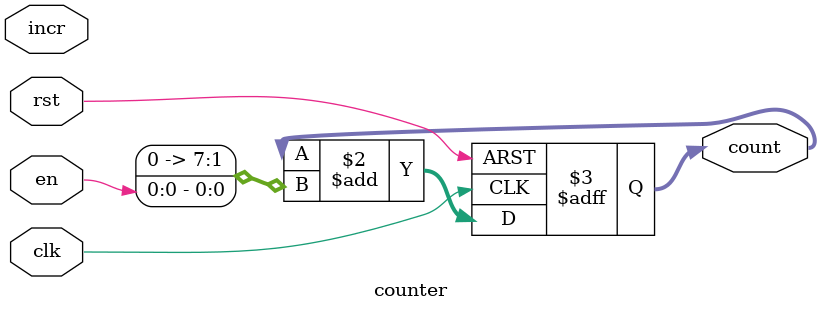
<source format=sv>
module counter #(
    parameter WIDTH = 8
)(
    // interface signals
    input logic         clk,    // clock
    input logic         rst,    // reset
    input logic         incr,
    input logic         en,     //counter enable
    output logic [WIDTH-1:0] count  // count output
);

always_ff @ (posedge clk, posedge rst)
    if (rst) count <= {WIDTH{1'b0}};
    else     count <= count + {{WIDTH-1{1'b0}}, en};

endmodule

</source>
